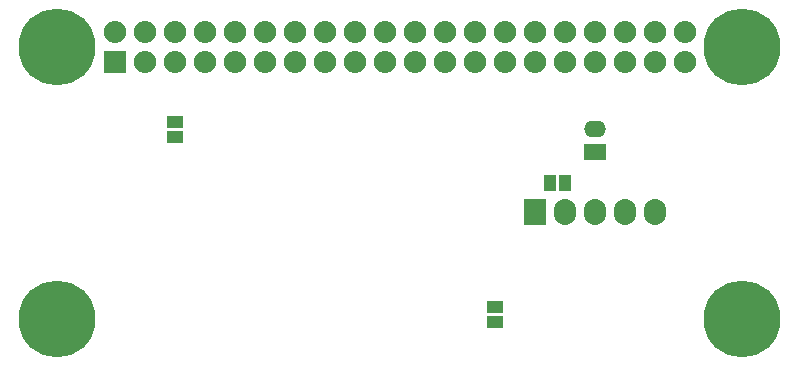
<source format=gbs>
G04 #@! TF.FileFunction,Soldermask,Bot*
%FSLAX46Y46*%
G04 Gerber Fmt 4.6, Leading zero omitted, Abs format (unit mm)*
G04 Created by KiCad (PCBNEW 4.0.2-4+6225~38~ubuntu15.10.1-stable) date Sun 20 Mar 2016 03:01:37 AM CDT*
%MOMM*%
G01*
G04 APERTURE LIST*
%ADD10C,0.100000*%
%ADD11C,6.500000*%
%ADD12R,1.430000X1.125200*%
%ADD13R,1.860000X1.360000*%
%ADD14O,1.860000X1.360000*%
%ADD15R,1.125200X1.430000*%
%ADD16R,1.887200X2.192000*%
%ADD17O,1.887200X2.192000*%
%ADD18R,1.887200X1.887200*%
%ADD19O,1.887200X1.887200*%
G04 APERTURE END LIST*
D10*
D11*
X126500000Y-88500000D03*
X126500000Y-111500000D03*
D12*
X78439137Y-94869000D03*
X78439137Y-96139000D03*
D11*
X68500000Y-88500000D03*
X68500000Y-111500000D03*
D13*
X114010000Y-97390000D03*
D14*
X114010000Y-95390000D03*
D12*
X105560000Y-110485000D03*
X105560000Y-111755000D03*
D15*
X110200000Y-100000000D03*
X111470000Y-100000000D03*
D16*
X108930000Y-102460000D03*
D17*
X111470000Y-102460000D03*
X114010000Y-102460000D03*
X116550000Y-102460000D03*
X119090000Y-102460000D03*
D18*
X73370000Y-89770000D03*
D19*
X73370000Y-87230000D03*
X75910000Y-89770000D03*
X75910000Y-87230000D03*
X78450000Y-89770000D03*
X78450000Y-87230000D03*
X80990000Y-89770000D03*
X80990000Y-87230000D03*
X83530000Y-89770000D03*
X83530000Y-87230000D03*
X86070000Y-89770000D03*
X86070000Y-87230000D03*
X88610000Y-89770000D03*
X88610000Y-87230000D03*
X91150000Y-89770000D03*
X91150000Y-87230000D03*
X93690000Y-89770000D03*
X93690000Y-87230000D03*
X96230000Y-89770000D03*
X96230000Y-87230000D03*
X98770000Y-89770000D03*
X98770000Y-87230000D03*
X101310000Y-89770000D03*
X101310000Y-87230000D03*
X103850000Y-89770000D03*
X103850000Y-87230000D03*
X106390000Y-89770000D03*
X106390000Y-87230000D03*
X108930000Y-89770000D03*
X108930000Y-87230000D03*
X111470000Y-89770000D03*
X111470000Y-87230000D03*
X114010000Y-89770000D03*
X114010000Y-87230000D03*
X116550000Y-89770000D03*
X116550000Y-87230000D03*
X119090000Y-89770000D03*
X119090000Y-87230000D03*
X121630000Y-89770000D03*
X121630000Y-87230000D03*
M02*

</source>
